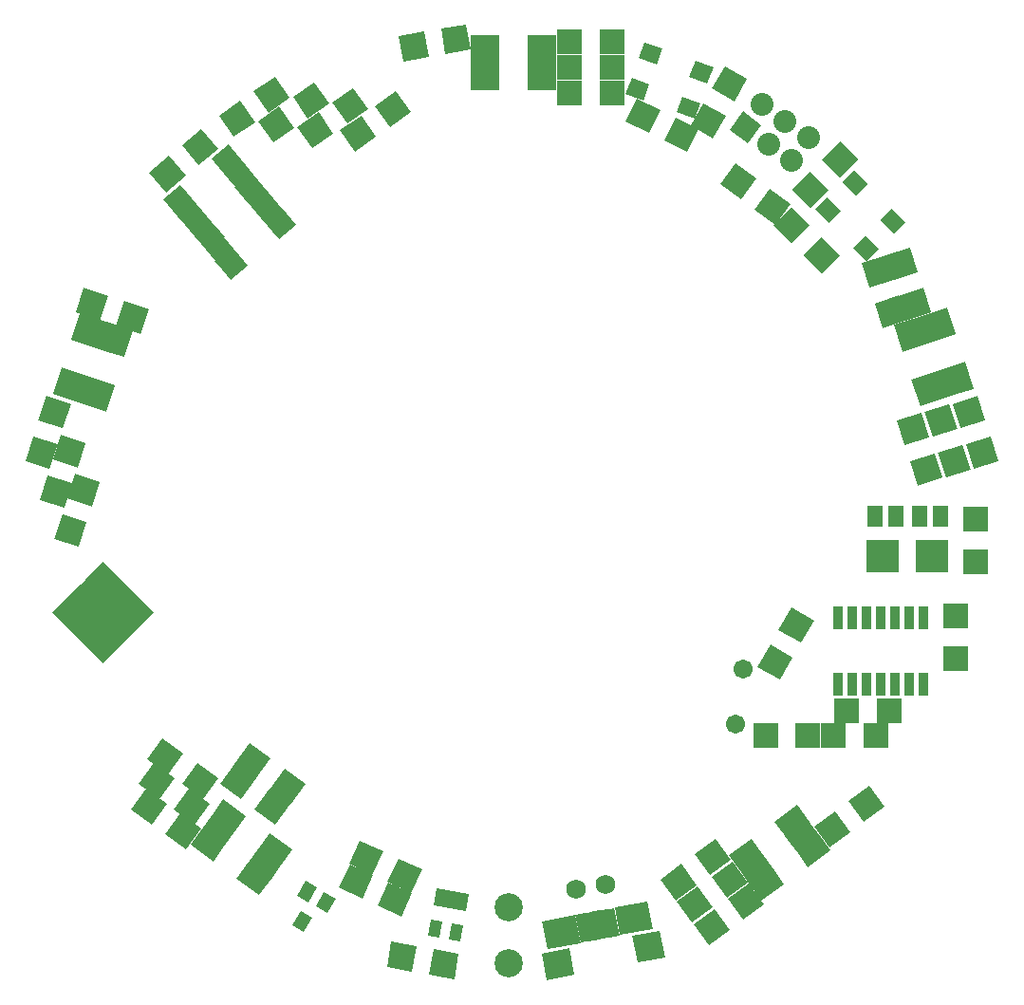
<source format=gts>
G04 (created by PCBNEW-RS274X (2012-01-19 BZR 3256)-stable) date 12/30/2012 11:34:10 PM*
G01*
G70*
G90*
%MOIN*%
G04 Gerber Fmt 3.4, Leading zero omitted, Abs format*
%FSLAX34Y34*%
G04 APERTURE LIST*
%ADD10C,0.006000*%
%ADD11C,0.080000*%
%ADD12R,0.037700X0.079100*%
%ADD13C,0.067200*%
%ADD14R,0.055000X0.075000*%
%ADD15R,0.114500X0.114500*%
%ADD16R,0.090900X0.090900*%
%ADD17C,0.069200*%
%ADD18C,0.098700*%
%ADD19R,0.098700X0.071200*%
G04 APERTURE END LIST*
G54D10*
G36*
X46960Y-26283D02*
X47431Y-25636D01*
X48078Y-26107D01*
X47607Y-26754D01*
X46960Y-26283D01*
X46960Y-26283D01*
G37*
G54D11*
X48107Y-25386D03*
X48328Y-26783D03*
X48916Y-25973D03*
X49137Y-27370D03*
X49725Y-26561D03*
G54D12*
X52264Y-43406D03*
X52764Y-43406D03*
X53264Y-43406D03*
X53764Y-43406D03*
X51764Y-43406D03*
X51264Y-43406D03*
X50764Y-43406D03*
X50764Y-45768D03*
X51264Y-45768D03*
X51764Y-45768D03*
X52264Y-45768D03*
X52764Y-45768D03*
X53264Y-45768D03*
X53764Y-45768D03*
G54D13*
X47165Y-47165D03*
X47444Y-45216D03*
G54D14*
X54384Y-39862D03*
X53634Y-39862D03*
X52059Y-39862D03*
X52809Y-39862D03*
G54D15*
X54087Y-41240D03*
X52355Y-41240D03*
G54D10*
G36*
X44158Y-24692D02*
X43955Y-25250D01*
X43324Y-25020D01*
X43527Y-24462D01*
X44158Y-24692D01*
X44158Y-24692D01*
G37*
G36*
X44616Y-23435D02*
X44413Y-23993D01*
X43782Y-23763D01*
X43985Y-23205D01*
X44616Y-23435D01*
X44616Y-23435D01*
G37*
G36*
X45934Y-25339D02*
X45731Y-25897D01*
X45100Y-25667D01*
X45303Y-25109D01*
X45934Y-25339D01*
X45934Y-25339D01*
G37*
G36*
X46392Y-24082D02*
X46189Y-24640D01*
X45558Y-24410D01*
X45761Y-23852D01*
X46392Y-24082D01*
X46392Y-24082D01*
G37*
G36*
X52252Y-29458D02*
X52672Y-29038D01*
X53148Y-29514D01*
X52728Y-29934D01*
X52252Y-29458D01*
X52252Y-29458D01*
G37*
G36*
X51306Y-30404D02*
X51726Y-29984D01*
X52202Y-30460D01*
X51782Y-30880D01*
X51306Y-30404D01*
X51306Y-30404D01*
G37*
G36*
X50916Y-28122D02*
X51336Y-27702D01*
X51812Y-28178D01*
X51392Y-28598D01*
X50916Y-28122D01*
X50916Y-28122D01*
G37*
G36*
X49970Y-29068D02*
X50390Y-28648D01*
X50866Y-29124D01*
X50446Y-29544D01*
X49970Y-29068D01*
X49970Y-29068D01*
G37*
G36*
X53589Y-31273D02*
X52726Y-31554D01*
X52445Y-30691D01*
X53308Y-30410D01*
X53589Y-31273D01*
X53589Y-31273D01*
G37*
G36*
X54051Y-32695D02*
X53188Y-32976D01*
X52907Y-32113D01*
X53770Y-31832D01*
X54051Y-32695D01*
X54051Y-32695D01*
G37*
G36*
X25415Y-33160D02*
X25696Y-32297D01*
X26559Y-32578D01*
X26278Y-33441D01*
X25415Y-33160D01*
X25415Y-33160D01*
G37*
G36*
X23993Y-32698D02*
X24274Y-31835D01*
X25137Y-32116D01*
X24856Y-32979D01*
X23993Y-32698D01*
X23993Y-32698D01*
G37*
G36*
X24569Y-39507D02*
X23706Y-39226D01*
X23987Y-38363D01*
X24850Y-38644D01*
X24569Y-39507D01*
X24569Y-39507D01*
G37*
G36*
X24107Y-40929D02*
X23244Y-40648D01*
X23525Y-39785D01*
X24388Y-40066D01*
X24107Y-40929D01*
X24107Y-40929D01*
G37*
G36*
X23553Y-36770D02*
X22690Y-36489D01*
X22971Y-35626D01*
X23834Y-35907D01*
X23553Y-36770D01*
X23553Y-36770D01*
G37*
G36*
X23091Y-38192D02*
X22228Y-37911D01*
X22509Y-37048D01*
X23372Y-37329D01*
X23091Y-38192D01*
X23091Y-38192D01*
G37*
G36*
X24061Y-38141D02*
X23198Y-37860D01*
X23479Y-36997D01*
X24342Y-37278D01*
X24061Y-38141D01*
X24061Y-38141D01*
G37*
G36*
X23599Y-39563D02*
X22736Y-39282D01*
X23017Y-38419D01*
X23880Y-38700D01*
X23599Y-39563D01*
X23599Y-39563D01*
G37*
G36*
X30778Y-25675D02*
X30257Y-24932D01*
X31000Y-24411D01*
X31521Y-25154D01*
X30778Y-25675D01*
X30778Y-25675D01*
G37*
G36*
X29552Y-26533D02*
X29031Y-25790D01*
X29774Y-25269D01*
X30295Y-26012D01*
X29552Y-26533D01*
X29552Y-26533D01*
G37*
G36*
X27278Y-27203D02*
X27862Y-27899D01*
X27166Y-28483D01*
X26582Y-27787D01*
X27278Y-27203D01*
X27278Y-27203D01*
G37*
G36*
X28424Y-26241D02*
X29008Y-26937D01*
X28312Y-27521D01*
X27728Y-26825D01*
X28424Y-26241D01*
X28424Y-26241D01*
G37*
G36*
X28068Y-29894D02*
X28664Y-29394D01*
X28898Y-29672D01*
X28302Y-30172D01*
X28068Y-29894D01*
X28068Y-29894D01*
G37*
G36*
X28232Y-30090D02*
X28828Y-29590D01*
X29062Y-29868D01*
X28466Y-30368D01*
X28232Y-30090D01*
X28232Y-30090D01*
G37*
G36*
X28397Y-30287D02*
X28993Y-29787D01*
X29227Y-30065D01*
X28631Y-30565D01*
X28397Y-30287D01*
X28397Y-30287D01*
G37*
G36*
X28561Y-30483D02*
X29157Y-29983D01*
X29391Y-30261D01*
X28795Y-30761D01*
X28561Y-30483D01*
X28561Y-30483D01*
G37*
G36*
X29263Y-27894D02*
X29859Y-27394D01*
X30093Y-27672D01*
X29497Y-28172D01*
X29263Y-27894D01*
X29263Y-27894D01*
G37*
G36*
X27574Y-29306D02*
X28170Y-28806D01*
X28404Y-29084D01*
X27808Y-29584D01*
X27574Y-29306D01*
X27574Y-29306D01*
G37*
G36*
X27738Y-29502D02*
X28334Y-29002D01*
X28568Y-29280D01*
X27972Y-29780D01*
X27738Y-29502D01*
X27738Y-29502D01*
G37*
G36*
X27903Y-29698D02*
X28499Y-29198D01*
X28733Y-29476D01*
X28137Y-29976D01*
X27903Y-29698D01*
X27903Y-29698D01*
G37*
G36*
X30414Y-29262D02*
X31010Y-28762D01*
X31244Y-29040D01*
X30648Y-29540D01*
X30414Y-29262D01*
X30414Y-29262D01*
G37*
G36*
X30250Y-29066D02*
X30846Y-28566D01*
X31080Y-28844D01*
X30484Y-29344D01*
X30250Y-29066D01*
X30250Y-29066D01*
G37*
G36*
X30085Y-28870D02*
X30681Y-28370D01*
X30915Y-28648D01*
X30319Y-29148D01*
X30085Y-28870D01*
X30085Y-28870D01*
G37*
G36*
X29920Y-28674D02*
X30516Y-28174D01*
X30750Y-28452D01*
X30154Y-28952D01*
X29920Y-28674D01*
X29920Y-28674D01*
G37*
G36*
X29756Y-28478D02*
X30352Y-27978D01*
X30586Y-28256D01*
X29990Y-28756D01*
X29756Y-28478D01*
X29756Y-28478D01*
G37*
G36*
X29591Y-28281D02*
X30187Y-27781D01*
X30421Y-28059D01*
X29825Y-28559D01*
X29591Y-28281D01*
X29591Y-28281D01*
G37*
G36*
X28726Y-30679D02*
X29322Y-30179D01*
X29556Y-30457D01*
X28960Y-30957D01*
X28726Y-30679D01*
X28726Y-30679D01*
G37*
G36*
X29425Y-28087D02*
X30021Y-27587D01*
X30255Y-27865D01*
X29659Y-28365D01*
X29425Y-28087D01*
X29425Y-28087D01*
G37*
G36*
X27409Y-29110D02*
X28005Y-28610D01*
X28239Y-28888D01*
X27643Y-29388D01*
X27409Y-29110D01*
X27409Y-29110D01*
G37*
G36*
X28890Y-30875D02*
X29486Y-30375D01*
X29720Y-30653D01*
X29124Y-31153D01*
X28890Y-30875D01*
X28890Y-30875D01*
G37*
G36*
X30579Y-29458D02*
X31175Y-28958D01*
X31409Y-29236D01*
X30813Y-29736D01*
X30579Y-29458D01*
X30579Y-29458D01*
G37*
G36*
X29098Y-27693D02*
X29694Y-27193D01*
X29928Y-27471D01*
X29332Y-27971D01*
X29098Y-27693D01*
X29098Y-27693D01*
G37*
G36*
X27245Y-28915D02*
X27841Y-28415D01*
X28075Y-28693D01*
X27479Y-29193D01*
X27245Y-28915D01*
X27245Y-28915D01*
G37*
G36*
X29054Y-31070D02*
X29650Y-30570D01*
X29884Y-30848D01*
X29288Y-31348D01*
X29054Y-31070D01*
X29054Y-31070D01*
G37*
G36*
X30743Y-29653D02*
X31339Y-29153D01*
X31573Y-29431D01*
X30977Y-29931D01*
X30743Y-29653D01*
X30743Y-29653D01*
G37*
G36*
X28934Y-27498D02*
X29530Y-26998D01*
X29764Y-27276D01*
X29168Y-27776D01*
X28934Y-27498D01*
X28934Y-27498D01*
G37*
G36*
X27081Y-28718D02*
X27677Y-28218D01*
X27911Y-28496D01*
X27315Y-28996D01*
X27081Y-28718D01*
X27081Y-28718D01*
G37*
G36*
X29219Y-31266D02*
X29815Y-30766D01*
X30049Y-31044D01*
X29453Y-31544D01*
X29219Y-31266D01*
X29219Y-31266D01*
G37*
G36*
X30907Y-29850D02*
X31503Y-29350D01*
X31737Y-29628D01*
X31141Y-30128D01*
X30907Y-29850D01*
X30907Y-29850D01*
G37*
G36*
X28769Y-27302D02*
X29365Y-26802D01*
X29599Y-27080D01*
X29003Y-27580D01*
X28769Y-27302D01*
X28769Y-27302D01*
G37*
G36*
X32156Y-25872D02*
X31635Y-25129D01*
X32378Y-24608D01*
X32899Y-25351D01*
X32156Y-25872D01*
X32156Y-25872D01*
G37*
G36*
X30930Y-26730D02*
X30409Y-25987D01*
X31152Y-25466D01*
X31673Y-26209D01*
X30930Y-26730D01*
X30930Y-26730D01*
G37*
G36*
X33533Y-26069D02*
X33012Y-25326D01*
X33755Y-24805D01*
X34276Y-25548D01*
X33533Y-26069D01*
X33533Y-26069D01*
G37*
G36*
X32307Y-26927D02*
X31786Y-26184D01*
X32529Y-25663D01*
X33050Y-26406D01*
X32307Y-26927D01*
X32307Y-26927D01*
G37*
G36*
X48397Y-44359D02*
X49183Y-44813D01*
X48729Y-45599D01*
X47943Y-45145D01*
X48397Y-44359D01*
X48397Y-44359D01*
G37*
G36*
X49145Y-43063D02*
X49931Y-43517D01*
X49477Y-44303D01*
X48691Y-43849D01*
X49145Y-43063D01*
X49145Y-43063D01*
G37*
G36*
X34807Y-51629D02*
X34424Y-52452D01*
X33601Y-52069D01*
X33984Y-51246D01*
X34807Y-51629D01*
X34807Y-51629D01*
G37*
G36*
X36163Y-52261D02*
X35780Y-53084D01*
X34957Y-52701D01*
X35340Y-51878D01*
X36163Y-52261D01*
X36163Y-52261D01*
G37*
G36*
X30286Y-50146D02*
X30820Y-49412D01*
X31554Y-49946D01*
X31020Y-50680D01*
X30286Y-50146D01*
X30286Y-50146D01*
G37*
G36*
X29076Y-49266D02*
X29610Y-48532D01*
X30344Y-49066D01*
X29810Y-49800D01*
X29076Y-49266D01*
X29076Y-49266D01*
G37*
G36*
X27727Y-49260D02*
X28261Y-48526D01*
X28995Y-49060D01*
X28461Y-49794D01*
X27727Y-49260D01*
X27727Y-49260D01*
G37*
G36*
X26517Y-48380D02*
X27051Y-47646D01*
X27785Y-48180D01*
X27251Y-48914D01*
X26517Y-48380D01*
X26517Y-48380D01*
G37*
G36*
X27432Y-50146D02*
X27966Y-49412D01*
X28700Y-49946D01*
X28166Y-50680D01*
X27432Y-50146D01*
X27432Y-50146D01*
G37*
G36*
X26222Y-49266D02*
X26756Y-48532D01*
X27490Y-49066D01*
X26956Y-49800D01*
X26222Y-49266D01*
X26222Y-49266D01*
G37*
G36*
X27136Y-51032D02*
X27670Y-50298D01*
X28404Y-50832D01*
X27870Y-51566D01*
X27136Y-51032D01*
X27136Y-51032D01*
G37*
G36*
X25926Y-50152D02*
X26460Y-49418D01*
X27194Y-49952D01*
X26660Y-50686D01*
X25926Y-50152D01*
X25926Y-50152D01*
G37*
G54D16*
X52579Y-46673D03*
X51083Y-46673D03*
X48228Y-47559D03*
X49724Y-47559D03*
G54D10*
G36*
X34453Y-52456D02*
X34070Y-53279D01*
X33247Y-52896D01*
X33630Y-52073D01*
X34453Y-52456D01*
X34453Y-52456D01*
G37*
G36*
X35809Y-53088D02*
X35426Y-53911D01*
X34603Y-53528D01*
X34986Y-52705D01*
X35809Y-53088D01*
X35809Y-53088D01*
G37*
G36*
X35980Y-54955D02*
X35822Y-55849D01*
X34928Y-55691D01*
X35086Y-54797D01*
X35980Y-54955D01*
X35980Y-54955D01*
G37*
G36*
X37454Y-55215D02*
X37296Y-56109D01*
X36402Y-55951D01*
X36560Y-55057D01*
X37454Y-55215D01*
X37454Y-55215D01*
G37*
G36*
X46273Y-52458D02*
X45739Y-51724D01*
X46473Y-51190D01*
X47007Y-51924D01*
X46273Y-52458D01*
X46273Y-52458D01*
G37*
G36*
X45063Y-53338D02*
X44529Y-52604D01*
X45263Y-52070D01*
X45797Y-52804D01*
X45063Y-53338D01*
X45063Y-53338D01*
G37*
G36*
X46863Y-53245D02*
X46329Y-52511D01*
X47063Y-51977D01*
X47597Y-52711D01*
X46863Y-53245D01*
X46863Y-53245D01*
G37*
G36*
X45653Y-54125D02*
X45119Y-53391D01*
X45853Y-52857D01*
X46387Y-53591D01*
X45653Y-54125D01*
X45653Y-54125D01*
G37*
G36*
X47454Y-54033D02*
X46920Y-53299D01*
X47654Y-52765D01*
X48188Y-53499D01*
X47454Y-54033D01*
X47454Y-54033D01*
G37*
G36*
X46244Y-54913D02*
X45710Y-54179D01*
X46444Y-53645D01*
X46978Y-54379D01*
X46244Y-54913D01*
X46244Y-54913D01*
G37*
G36*
X51686Y-50598D02*
X51152Y-49864D01*
X51886Y-49330D01*
X52420Y-50064D01*
X51686Y-50598D01*
X51686Y-50598D01*
G37*
G36*
X50476Y-51478D02*
X49942Y-50744D01*
X50676Y-50210D01*
X51210Y-50944D01*
X50476Y-51478D01*
X50476Y-51478D01*
G37*
G36*
X47131Y-25283D02*
X46345Y-24829D01*
X46799Y-24043D01*
X47585Y-24497D01*
X47131Y-25283D01*
X47131Y-25283D01*
G37*
G36*
X46383Y-26579D02*
X45597Y-26125D01*
X46051Y-25339D01*
X46837Y-25793D01*
X46383Y-26579D01*
X46383Y-26579D01*
G37*
G54D16*
X52106Y-47559D03*
X50610Y-47559D03*
G54D10*
G36*
X50856Y-27967D02*
X50214Y-27325D01*
X50856Y-26683D01*
X51498Y-27325D01*
X50856Y-27967D01*
X50856Y-27967D01*
G37*
G36*
X49798Y-29025D02*
X49156Y-28383D01*
X49798Y-27741D01*
X50440Y-28383D01*
X49798Y-29025D01*
X49798Y-29025D01*
G37*
G54D16*
X55600Y-41448D03*
X55600Y-39952D03*
X54921Y-44842D03*
X54921Y-43346D03*
G54D10*
G36*
X53983Y-37080D02*
X53120Y-37361D01*
X52839Y-36498D01*
X53702Y-36217D01*
X53983Y-37080D01*
X53983Y-37080D01*
G37*
G36*
X54445Y-38502D02*
X53582Y-38783D01*
X53301Y-37920D01*
X54164Y-37639D01*
X54445Y-38502D01*
X54445Y-38502D01*
G37*
G36*
X55951Y-36489D02*
X55088Y-36770D01*
X54807Y-35907D01*
X55670Y-35626D01*
X55951Y-36489D01*
X55951Y-36489D01*
G37*
G36*
X56413Y-37911D02*
X55550Y-38192D01*
X55269Y-37329D01*
X56132Y-37048D01*
X56413Y-37911D01*
X56413Y-37911D01*
G37*
G36*
X54967Y-36785D02*
X54104Y-37066D01*
X53823Y-36203D01*
X54686Y-35922D01*
X54967Y-36785D01*
X54967Y-36785D01*
G37*
G36*
X55429Y-38207D02*
X54566Y-38488D01*
X54285Y-37625D01*
X55148Y-37344D01*
X55429Y-38207D01*
X55429Y-38207D01*
G37*
G36*
X52061Y-32381D02*
X52924Y-32100D01*
X53205Y-32963D01*
X52342Y-33244D01*
X52061Y-32381D01*
X52061Y-32381D01*
G37*
G36*
X51599Y-30959D02*
X52462Y-30678D01*
X52743Y-31541D01*
X51880Y-31822D01*
X51599Y-30959D01*
X51599Y-30959D01*
G37*
G36*
X49778Y-29632D02*
X49136Y-30274D01*
X48494Y-29632D01*
X49136Y-28990D01*
X49778Y-29632D01*
X49778Y-29632D01*
G37*
G36*
X50836Y-30690D02*
X50194Y-31332D01*
X49552Y-30690D01*
X50194Y-30048D01*
X50836Y-30690D01*
X50836Y-30690D01*
G37*
G36*
X44533Y-25581D02*
X44135Y-26397D01*
X43319Y-25999D01*
X43717Y-25183D01*
X44533Y-25581D01*
X44533Y-25581D01*
G37*
G36*
X45877Y-26237D02*
X45479Y-27053D01*
X44663Y-26655D01*
X45061Y-25839D01*
X45877Y-26237D01*
X45877Y-26237D01*
G37*
G36*
X47837Y-29079D02*
X48371Y-28345D01*
X49105Y-28879D01*
X48571Y-29613D01*
X47837Y-29079D01*
X47837Y-29079D01*
G37*
G36*
X46627Y-28199D02*
X47161Y-27465D01*
X47895Y-27999D01*
X47361Y-28733D01*
X46627Y-28199D01*
X46627Y-28199D01*
G37*
G54D16*
X41352Y-23200D03*
X42848Y-23200D03*
G54D10*
G36*
X36245Y-22832D02*
X36403Y-23726D01*
X35509Y-23884D01*
X35351Y-22990D01*
X36245Y-22832D01*
X36245Y-22832D01*
G37*
G36*
X37719Y-22572D02*
X37877Y-23466D01*
X36983Y-23624D01*
X36825Y-22730D01*
X37719Y-22572D01*
X37719Y-22572D01*
G37*
G54D16*
X41352Y-24100D03*
X42848Y-24100D03*
X41352Y-25000D03*
X42848Y-25000D03*
G54D10*
G36*
X41743Y-54835D02*
X41555Y-53867D01*
X41905Y-53799D01*
X42093Y-54767D01*
X41743Y-54835D01*
X41743Y-54835D01*
G37*
G36*
X41995Y-54786D02*
X41807Y-53818D01*
X42157Y-53750D01*
X42345Y-54718D01*
X41995Y-54786D01*
X41995Y-54786D01*
G37*
G36*
X42246Y-54737D02*
X42058Y-53769D01*
X42408Y-53701D01*
X42596Y-54669D01*
X42246Y-54737D01*
X42246Y-54737D01*
G37*
G36*
X42497Y-54688D02*
X42309Y-53720D01*
X42659Y-53652D01*
X42847Y-54620D01*
X42497Y-54688D01*
X42497Y-54688D01*
G37*
G36*
X42748Y-54640D02*
X42560Y-53672D01*
X42910Y-53604D01*
X43098Y-54572D01*
X42748Y-54640D01*
X42748Y-54640D01*
G37*
G36*
X40565Y-55064D02*
X40377Y-54096D01*
X41539Y-53870D01*
X41727Y-54838D01*
X40565Y-55064D01*
X40565Y-55064D01*
G37*
G36*
X43115Y-54568D02*
X42927Y-53600D01*
X44089Y-53374D01*
X44277Y-54342D01*
X43115Y-54568D01*
X43115Y-54568D01*
G37*
G36*
X43725Y-55533D02*
X43544Y-54603D01*
X44511Y-54415D01*
X44692Y-55345D01*
X43725Y-55533D01*
X43725Y-55533D01*
G37*
G36*
X40556Y-56149D02*
X40375Y-55219D01*
X41342Y-55031D01*
X41523Y-55961D01*
X40556Y-56149D01*
X40556Y-56149D01*
G37*
G36*
X26130Y-43841D02*
X25518Y-43229D01*
X26130Y-42617D01*
X26742Y-43229D01*
X26130Y-43841D01*
X26130Y-43841D01*
G37*
G36*
X25740Y-44230D02*
X25128Y-43618D01*
X25740Y-43006D01*
X26352Y-43618D01*
X25740Y-44230D01*
X25740Y-44230D01*
G37*
G36*
X24961Y-43451D02*
X24349Y-42839D01*
X24961Y-42227D01*
X25573Y-42839D01*
X24961Y-43451D01*
X24961Y-43451D01*
G37*
G36*
X25351Y-44620D02*
X24739Y-44008D01*
X25351Y-43396D01*
X25963Y-44008D01*
X25351Y-44620D01*
X25351Y-44620D01*
G37*
G36*
X24961Y-45011D02*
X24349Y-44399D01*
X24961Y-43787D01*
X25573Y-44399D01*
X24961Y-45011D01*
X24961Y-45011D01*
G37*
G36*
X24181Y-43450D02*
X23569Y-42838D01*
X24181Y-42226D01*
X24793Y-42838D01*
X24181Y-43450D01*
X24181Y-43450D01*
G37*
G36*
X24571Y-43061D02*
X23959Y-42449D01*
X24571Y-41837D01*
X25183Y-42449D01*
X24571Y-43061D01*
X24571Y-43061D01*
G37*
G36*
X24960Y-42671D02*
X24348Y-42059D01*
X24960Y-41447D01*
X25572Y-42059D01*
X24960Y-42671D01*
X24960Y-42671D01*
G37*
G36*
X23791Y-43841D02*
X23179Y-43229D01*
X23791Y-42617D01*
X24403Y-43229D01*
X23791Y-43841D01*
X23791Y-43841D01*
G37*
G36*
X24180Y-44230D02*
X23568Y-43618D01*
X24180Y-43006D01*
X24792Y-43618D01*
X24180Y-44230D01*
X24180Y-44230D01*
G37*
G36*
X24571Y-44621D02*
X23959Y-44009D01*
X24571Y-43397D01*
X25183Y-44009D01*
X24571Y-44621D01*
X24571Y-44621D01*
G37*
G36*
X25350Y-43061D02*
X24738Y-42449D01*
X25350Y-41837D01*
X25962Y-42449D01*
X25350Y-43061D01*
X25350Y-43061D01*
G37*
G36*
X25740Y-43451D02*
X25128Y-42839D01*
X25740Y-42227D01*
X26352Y-42839D01*
X25740Y-43451D01*
X25740Y-43451D01*
G37*
G36*
X24961Y-44230D02*
X24349Y-43618D01*
X24961Y-43006D01*
X25573Y-43618D01*
X24961Y-44230D01*
X24961Y-44230D01*
G37*
G36*
X25351Y-43841D02*
X24739Y-43229D01*
X25351Y-42617D01*
X25963Y-43229D01*
X25351Y-43841D01*
X25351Y-43841D01*
G37*
G36*
X24571Y-43840D02*
X23959Y-43228D01*
X24571Y-42616D01*
X25183Y-43228D01*
X24571Y-43840D01*
X24571Y-43840D01*
G37*
G54D17*
X41575Y-52953D03*
X42598Y-52795D03*
G54D18*
X39193Y-53593D03*
X39193Y-55561D03*
G54D10*
G36*
X32310Y-53956D02*
X32013Y-54470D01*
X31600Y-54232D01*
X31897Y-53718D01*
X32310Y-53956D01*
X32310Y-53956D01*
G37*
G36*
X32485Y-52902D02*
X32188Y-53416D01*
X31775Y-53178D01*
X32072Y-52664D01*
X32485Y-52902D01*
X32485Y-52902D01*
G37*
G36*
X33135Y-53277D02*
X32838Y-53791D01*
X32425Y-53553D01*
X32722Y-53039D01*
X33135Y-53277D01*
X33135Y-53277D01*
G37*
G36*
X37800Y-53122D02*
X37696Y-53707D01*
X37302Y-53638D01*
X37406Y-53053D01*
X37800Y-53122D01*
X37800Y-53122D01*
G37*
G36*
X37063Y-52992D02*
X36959Y-53577D01*
X36565Y-53508D01*
X36669Y-52923D01*
X37063Y-52992D01*
X37063Y-52992D01*
G37*
G36*
X37609Y-54208D02*
X37505Y-54793D01*
X37111Y-54724D01*
X37215Y-54139D01*
X37609Y-54208D01*
X37609Y-54208D01*
G37*
G36*
X37432Y-53057D02*
X37328Y-53642D01*
X36934Y-53573D01*
X37038Y-52988D01*
X37432Y-53057D01*
X37432Y-53057D01*
G37*
G36*
X36872Y-54078D02*
X36768Y-54663D01*
X36374Y-54594D01*
X36478Y-54009D01*
X36872Y-54078D01*
X36872Y-54078D01*
G37*
G36*
X31243Y-52068D02*
X30825Y-52644D01*
X30027Y-52064D01*
X30445Y-51488D01*
X31243Y-52068D01*
X31243Y-52068D01*
G37*
G36*
X29619Y-50888D02*
X29201Y-51464D01*
X28403Y-50884D01*
X28821Y-50308D01*
X29619Y-50888D01*
X29619Y-50888D01*
G37*
G36*
X29989Y-50378D02*
X29571Y-50954D01*
X28773Y-50374D01*
X29191Y-49798D01*
X29989Y-50378D01*
X29989Y-50378D01*
G37*
G36*
X29248Y-51398D02*
X28830Y-51974D01*
X28032Y-51394D01*
X28450Y-50818D01*
X29248Y-51398D01*
X29248Y-51398D01*
G37*
G36*
X30873Y-52578D02*
X30455Y-53154D01*
X29657Y-52574D01*
X30075Y-51998D01*
X30873Y-52578D01*
X30873Y-52578D01*
G37*
G36*
X31614Y-51558D02*
X31196Y-52134D01*
X30398Y-51554D01*
X30816Y-50978D01*
X31614Y-51558D01*
X31614Y-51558D01*
G37*
G36*
X49722Y-50505D02*
X50140Y-51081D01*
X49342Y-51661D01*
X48924Y-51085D01*
X49722Y-50505D01*
X49722Y-50505D01*
G37*
G36*
X48098Y-51685D02*
X48516Y-52261D01*
X47718Y-52841D01*
X47300Y-52265D01*
X48098Y-51685D01*
X48098Y-51685D01*
G37*
G36*
X47727Y-51175D02*
X48145Y-51751D01*
X47347Y-52331D01*
X46929Y-51755D01*
X47727Y-51175D01*
X47727Y-51175D01*
G37*
G36*
X48468Y-52195D02*
X48886Y-52771D01*
X48088Y-53351D01*
X47670Y-52775D01*
X48468Y-52195D01*
X48468Y-52195D01*
G37*
G36*
X50093Y-51015D02*
X50511Y-51591D01*
X49713Y-52171D01*
X49295Y-51595D01*
X50093Y-51015D01*
X50093Y-51015D01*
G37*
G36*
X49352Y-49995D02*
X49770Y-50571D01*
X48972Y-51151D01*
X48554Y-50575D01*
X49352Y-49995D01*
X49352Y-49995D01*
G37*
G36*
X53333Y-32938D02*
X54010Y-32718D01*
X54315Y-33656D01*
X53638Y-33876D01*
X53333Y-32938D01*
X53333Y-32938D01*
G37*
G36*
X53953Y-34848D02*
X54630Y-34628D01*
X54935Y-35566D01*
X54258Y-35786D01*
X53953Y-34848D01*
X53953Y-34848D01*
G37*
G36*
X53354Y-35043D02*
X54031Y-34823D01*
X54336Y-35761D01*
X53659Y-35981D01*
X53354Y-35043D01*
X53354Y-35043D01*
G37*
G36*
X54552Y-34653D02*
X55229Y-34433D01*
X55534Y-35371D01*
X54857Y-35591D01*
X54552Y-34653D01*
X54552Y-34653D01*
G37*
G36*
X53932Y-32743D02*
X54609Y-32523D01*
X54914Y-33461D01*
X54237Y-33681D01*
X53932Y-32743D01*
X53932Y-32743D01*
G37*
G36*
X52734Y-33133D02*
X53411Y-32913D01*
X53716Y-33851D01*
X53039Y-34071D01*
X52734Y-33133D01*
X52734Y-33133D01*
G37*
G54D19*
X38366Y-23917D03*
X40374Y-23917D03*
X40374Y-24547D03*
X40374Y-23287D03*
X38366Y-23287D03*
X38366Y-24547D03*
G54D10*
G36*
X24730Y-32915D02*
X25407Y-33135D01*
X25102Y-34073D01*
X24425Y-33853D01*
X24730Y-32915D01*
X24730Y-32915D01*
G37*
G36*
X24110Y-34825D02*
X24787Y-35045D01*
X24482Y-35983D01*
X23805Y-35763D01*
X24110Y-34825D01*
X24110Y-34825D01*
G37*
G36*
X23511Y-34630D02*
X24188Y-34850D01*
X23883Y-35788D01*
X23206Y-35568D01*
X23511Y-34630D01*
X23511Y-34630D01*
G37*
G36*
X24709Y-35020D02*
X25386Y-35240D01*
X25081Y-36178D01*
X24404Y-35958D01*
X24709Y-35020D01*
X24709Y-35020D01*
G37*
G36*
X25329Y-33110D02*
X26006Y-33330D01*
X25701Y-34268D01*
X25024Y-34048D01*
X25329Y-33110D01*
X25329Y-33110D01*
G37*
G36*
X24131Y-32720D02*
X24808Y-32940D01*
X24503Y-33878D01*
X23826Y-33658D01*
X24131Y-32720D01*
X24131Y-32720D01*
G37*
G36*
X30798Y-49438D02*
X31332Y-48704D01*
X32066Y-49238D01*
X31532Y-49972D01*
X30798Y-49438D01*
X30798Y-49438D01*
G37*
G36*
X29588Y-48558D02*
X30122Y-47824D01*
X30856Y-48358D01*
X30322Y-49092D01*
X29588Y-48558D01*
X29588Y-48558D01*
G37*
G36*
X34026Y-25781D02*
X34547Y-26524D01*
X33804Y-27045D01*
X33283Y-26302D01*
X34026Y-25781D01*
X34026Y-25781D01*
G37*
G36*
X35252Y-24923D02*
X35773Y-25666D01*
X35030Y-26187D01*
X34509Y-25444D01*
X35252Y-24923D01*
X35252Y-24923D01*
G37*
M02*

</source>
